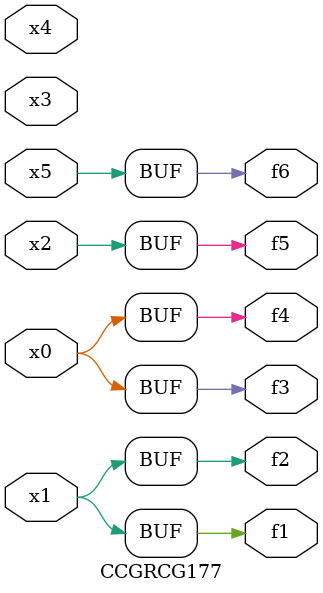
<source format=v>
module CCGRCG177(
	input x0, x1, x2, x3, x4, x5,
	output f1, f2, f3, f4, f5, f6
);
	assign f1 = x1;
	assign f2 = x1;
	assign f3 = x0;
	assign f4 = x0;
	assign f5 = x2;
	assign f6 = x5;
endmodule

</source>
